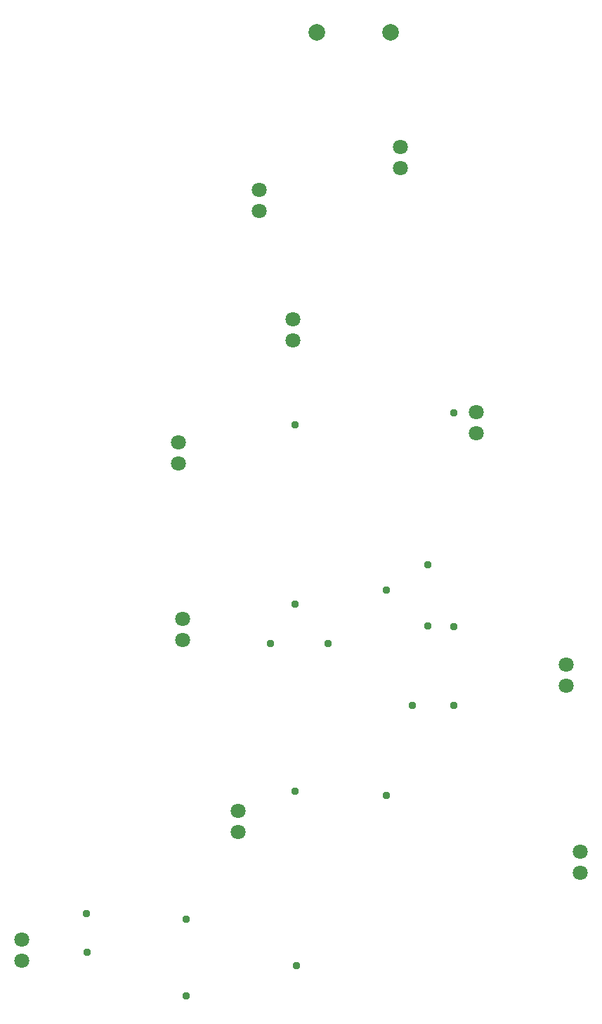
<source format=gbr>
G04 EAGLE Gerber RS-274X export*
G75*
%MOMM*%
%FSLAX34Y34*%
%LPD*%
%INSoldermask Top*%
%IPPOS*%
%AMOC8*
5,1,8,0,0,1.08239X$1,22.5*%
G01*
%ADD10C,2.003200*%
%ADD11C,1.803200*%
%ADD12C,0.959600*%


D10*
X470800Y1391500D03*
D11*
X286600Y454800D03*
X286600Y429400D03*
X214900Y898300D03*
X214900Y872900D03*
X220200Y685100D03*
X220200Y659700D03*
X352700Y1046500D03*
X352700Y1021100D03*
X682700Y605500D03*
X682700Y630900D03*
X482800Y1227900D03*
X482800Y1253300D03*
X312500Y1201800D03*
X312500Y1176400D03*
X699600Y379600D03*
X699600Y405000D03*
X26300Y299300D03*
X26300Y273900D03*
X574100Y909100D03*
X574100Y934500D03*
D10*
X381900Y1391500D03*
D12*
X104000Y331000D03*
X105000Y284000D03*
X516000Y677000D03*
X516000Y751000D03*
X224000Y232000D03*
X224000Y324000D03*
X395000Y656000D03*
X326000Y656000D03*
X497000Y581000D03*
X547000Y581000D03*
X356000Y919000D03*
X356000Y703000D03*
X356000Y478000D03*
X357000Y268000D03*
X547000Y676000D03*
X547000Y934000D03*
X466000Y720000D03*
X466000Y473000D03*
M02*

</source>
